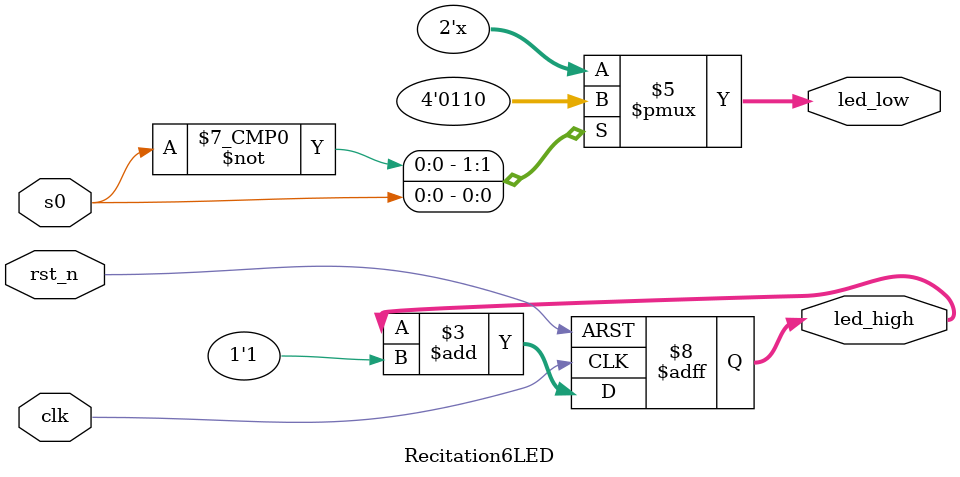
<source format=v>
module Recitation6LED(led_high,led_low,clk,rst_n,s0);
output[1:0] led_high;
output[1:0] led_low;
input clk,rst_n,s0;
reg[1:0] led_high,led_low;

always @(posedge clk or negedge rst_n) begin
	if(~rst_n)
		led_high <= 2'b00;
	else 
		led_high <= led_high+1'b1;
end

always @(*) begin
	case(s0)
		1'b0 : led_low <=2'b01;
		1'b1 : led_low <=2'b10;
		default:led_low <=2'b00;
	endcase
end

endmodule

</source>
